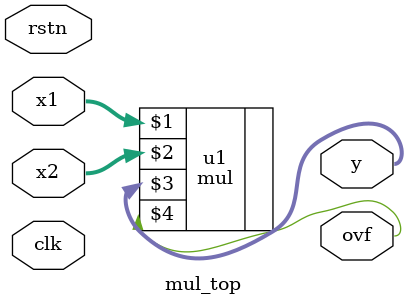
<source format=v>
module mul_top
   (  input wire [31:0]  x1,
      input wire [31:0]  x2,
      output wire [31:0] y,
      output wire        ovf,
      input wire        clk,
      input wire        rstn);

   mul u1(x1,x2,y,ovf);

endmodule
</source>
